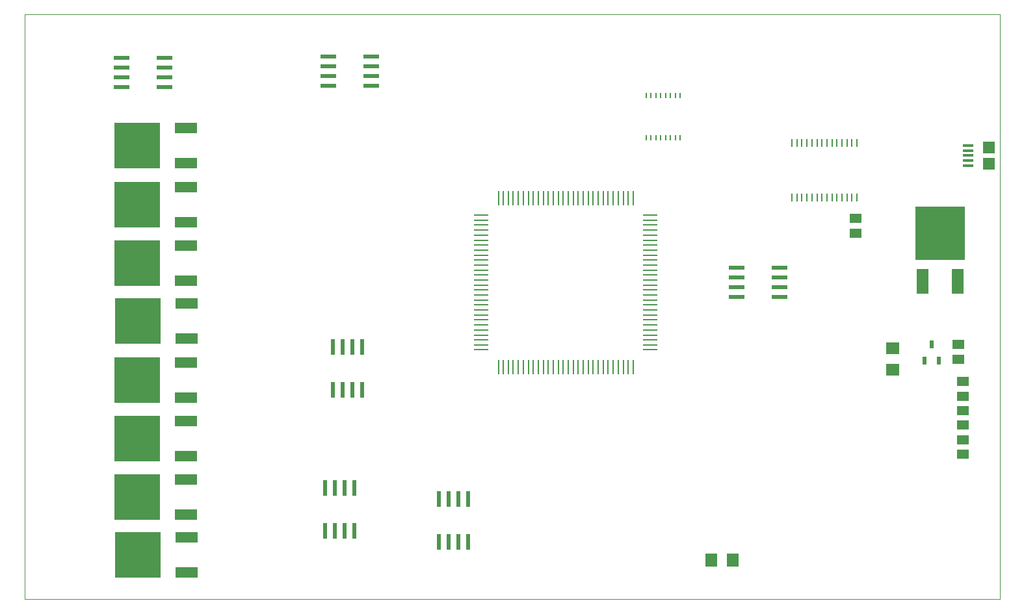
<source format=gtp>
G04 (created by PCBNEW (2013-jul-07)-stable) date Sun 25 May 2014 01:06:24 AM EDT*
%MOIN*%
G04 Gerber Fmt 3.4, Leading zero omitted, Abs format*
%FSLAX34Y34*%
G01*
G70*
G90*
G04 APERTURE LIST*
%ADD10C,0.00393701*%
%ADD11C,0.001*%
%ADD12R,0.0236X0.0394*%
%ADD13R,0.0077X0.0313*%
%ADD14R,0.007X0.072*%
%ADD15R,0.072X0.007*%
%ADD16R,0.008X0.042*%
%ADD17R,0.112X0.057*%
%ADD18R,0.232X0.232*%
%ADD19R,0.0787X0.0236*%
%ADD20R,0.059X0.0512*%
%ADD21R,0.063X0.071*%
%ADD22R,0.0531X0.0157*%
%ADD23R,0.061X0.061*%
%ADD24R,0.071X0.063*%
%ADD25R,0.063X0.126*%
%ADD26R,0.2559X0.2756*%
%ADD27R,0.0236X0.0787*%
G04 APERTURE END LIST*
G54D10*
G54D11*
X13760Y-39080D02*
X13760Y-9080D01*
X63760Y-39080D02*
X13760Y-39080D01*
X63760Y-9080D02*
X63760Y-39080D01*
X13760Y-9080D02*
X63760Y-9080D01*
G54D12*
X59897Y-26821D03*
X60272Y-25989D03*
X60647Y-26821D03*
G54D13*
X45635Y-15412D03*
X45885Y-15412D03*
X46135Y-15412D03*
X46385Y-15412D03*
X46635Y-15412D03*
X46885Y-15412D03*
X47135Y-15412D03*
X47385Y-15412D03*
X47385Y-13248D03*
X47135Y-13248D03*
X46885Y-13248D03*
X46635Y-13248D03*
X46385Y-13248D03*
X46135Y-13248D03*
X45885Y-13248D03*
X45635Y-13248D03*
G54D14*
X44965Y-18505D03*
X44710Y-18505D03*
X44455Y-18505D03*
X44200Y-18505D03*
X43945Y-18505D03*
X43685Y-18505D03*
X43430Y-18505D03*
X43175Y-18505D03*
X42920Y-18505D03*
X42665Y-18505D03*
X42405Y-18505D03*
X42150Y-18505D03*
X41895Y-18505D03*
X41640Y-18505D03*
X41380Y-18505D03*
X41125Y-18505D03*
X40870Y-18505D03*
X40615Y-18505D03*
X40355Y-18505D03*
X40100Y-18505D03*
X39845Y-18505D03*
X39590Y-18505D03*
X39335Y-18505D03*
X39075Y-18505D03*
X38820Y-18505D03*
X38565Y-18505D03*
X38310Y-18505D03*
X38055Y-18505D03*
G54D15*
X37185Y-19375D03*
X37185Y-19630D03*
X37185Y-19885D03*
X37185Y-20140D03*
X37185Y-20395D03*
X37185Y-20655D03*
X37185Y-20910D03*
X37185Y-21165D03*
X37185Y-21420D03*
X37185Y-21675D03*
X37185Y-21935D03*
X37185Y-22190D03*
X37185Y-22445D03*
X37185Y-22700D03*
X37185Y-22960D03*
X37185Y-23215D03*
X37185Y-23470D03*
X37185Y-23725D03*
X37185Y-23985D03*
X37185Y-24240D03*
X37185Y-24495D03*
X37185Y-24750D03*
X37185Y-25005D03*
X37185Y-25265D03*
X37185Y-25520D03*
X37185Y-25775D03*
X37185Y-26030D03*
X37185Y-26285D03*
G54D14*
X38055Y-27155D03*
X38310Y-27155D03*
X38565Y-27155D03*
X38820Y-27155D03*
X39075Y-27155D03*
X39335Y-27155D03*
X39590Y-27155D03*
X39845Y-27155D03*
X40100Y-27155D03*
X40355Y-27155D03*
X40615Y-27155D03*
X40870Y-27155D03*
X41125Y-27155D03*
X41380Y-27155D03*
X41640Y-27155D03*
X41895Y-27155D03*
X42150Y-27155D03*
X42405Y-27155D03*
X42665Y-27155D03*
X42920Y-27155D03*
X43175Y-27155D03*
X43430Y-27155D03*
X43685Y-27155D03*
X43945Y-27155D03*
X44200Y-27155D03*
X44455Y-27155D03*
X44710Y-27155D03*
X44965Y-27155D03*
G54D15*
X45835Y-26285D03*
X45835Y-26030D03*
X45835Y-25775D03*
X45835Y-25520D03*
X45835Y-25265D03*
X45835Y-25005D03*
X45835Y-24750D03*
X45835Y-24495D03*
X45835Y-24240D03*
X45835Y-23985D03*
X45835Y-23725D03*
X45835Y-23470D03*
X45835Y-23215D03*
X45835Y-22960D03*
X45835Y-22700D03*
X45835Y-22445D03*
X45835Y-22190D03*
X45835Y-21935D03*
X45835Y-21675D03*
X45835Y-21420D03*
X45835Y-21165D03*
X45835Y-20910D03*
X45835Y-20655D03*
X45835Y-20395D03*
X45835Y-20140D03*
X45835Y-19885D03*
X45835Y-19630D03*
X45835Y-19375D03*
G54D16*
X53110Y-18480D03*
X53360Y-18480D03*
X53620Y-18480D03*
X53880Y-18480D03*
X54130Y-18480D03*
X54390Y-18480D03*
X54650Y-18480D03*
X54900Y-18480D03*
X55160Y-18480D03*
X55410Y-18480D03*
X55670Y-18480D03*
X55930Y-18480D03*
X56180Y-18480D03*
X56440Y-18480D03*
X56440Y-15680D03*
X56180Y-15680D03*
X55940Y-15680D03*
X55670Y-15680D03*
X55410Y-15680D03*
X55160Y-15680D03*
X54900Y-15680D03*
X54650Y-15680D03*
X54390Y-15680D03*
X54130Y-15680D03*
X53880Y-15680D03*
X53620Y-15680D03*
X53360Y-15680D03*
X53110Y-15680D03*
G54D17*
X22043Y-16695D03*
G54D18*
X19543Y-15795D03*
G54D17*
X22043Y-14895D03*
X22048Y-22730D03*
G54D18*
X19548Y-21830D03*
G54D17*
X22048Y-20930D03*
X22048Y-19730D03*
G54D18*
X19548Y-18830D03*
G54D17*
X22048Y-17930D03*
X22048Y-28730D03*
G54D18*
X19548Y-27830D03*
G54D17*
X22048Y-26930D03*
X22048Y-31730D03*
G54D18*
X19548Y-30830D03*
G54D17*
X22048Y-29930D03*
X22067Y-37687D03*
G54D18*
X19567Y-36787D03*
G54D17*
X22067Y-35887D03*
X22048Y-34730D03*
G54D18*
X19548Y-33830D03*
G54D17*
X22048Y-32930D03*
X22058Y-25710D03*
G54D18*
X19558Y-24810D03*
G54D17*
X22058Y-23910D03*
G54D19*
X50280Y-22070D03*
X50280Y-22570D03*
X50280Y-23070D03*
X50280Y-23570D03*
X52480Y-23570D03*
X52480Y-23070D03*
X52480Y-22570D03*
X52480Y-22070D03*
G54D20*
X56358Y-19546D03*
X56358Y-20296D03*
G54D19*
X31553Y-12738D03*
X31553Y-12238D03*
X31553Y-11738D03*
X31553Y-11238D03*
X29353Y-11238D03*
X29353Y-11738D03*
X29353Y-12238D03*
X29353Y-12738D03*
X20923Y-12797D03*
X20923Y-12297D03*
X20923Y-11797D03*
X20923Y-11297D03*
X18723Y-11297D03*
X18723Y-11797D03*
X18723Y-12297D03*
X18723Y-12797D03*
G54D21*
X50081Y-37079D03*
X48981Y-37079D03*
G54D22*
X62126Y-16828D03*
X62126Y-16571D03*
X62126Y-16315D03*
X62126Y-16059D03*
X62126Y-15803D03*
G54D23*
X63189Y-16719D03*
X63189Y-15911D03*
G54D20*
X61886Y-29392D03*
X61886Y-30142D03*
X61634Y-26753D03*
X61634Y-26003D03*
X61886Y-30892D03*
X61886Y-31642D03*
X61886Y-27912D03*
X61886Y-28662D03*
G54D24*
X58272Y-26206D03*
X58272Y-27306D03*
G54D25*
X59799Y-22777D03*
X61611Y-22777D03*
G54D26*
X60705Y-20317D03*
G54D27*
X36500Y-33950D03*
X36000Y-33950D03*
X35500Y-33950D03*
X35000Y-33950D03*
X35000Y-36150D03*
X35500Y-36150D03*
X36000Y-36150D03*
X36500Y-36150D03*
X31061Y-26128D03*
X30561Y-26128D03*
X30061Y-26128D03*
X29561Y-26128D03*
X29561Y-28328D03*
X30061Y-28328D03*
X30561Y-28328D03*
X31061Y-28328D03*
X30670Y-33360D03*
X30170Y-33360D03*
X29670Y-33360D03*
X29170Y-33360D03*
X29170Y-35560D03*
X29670Y-35560D03*
X30170Y-35560D03*
X30670Y-35560D03*
M02*

</source>
